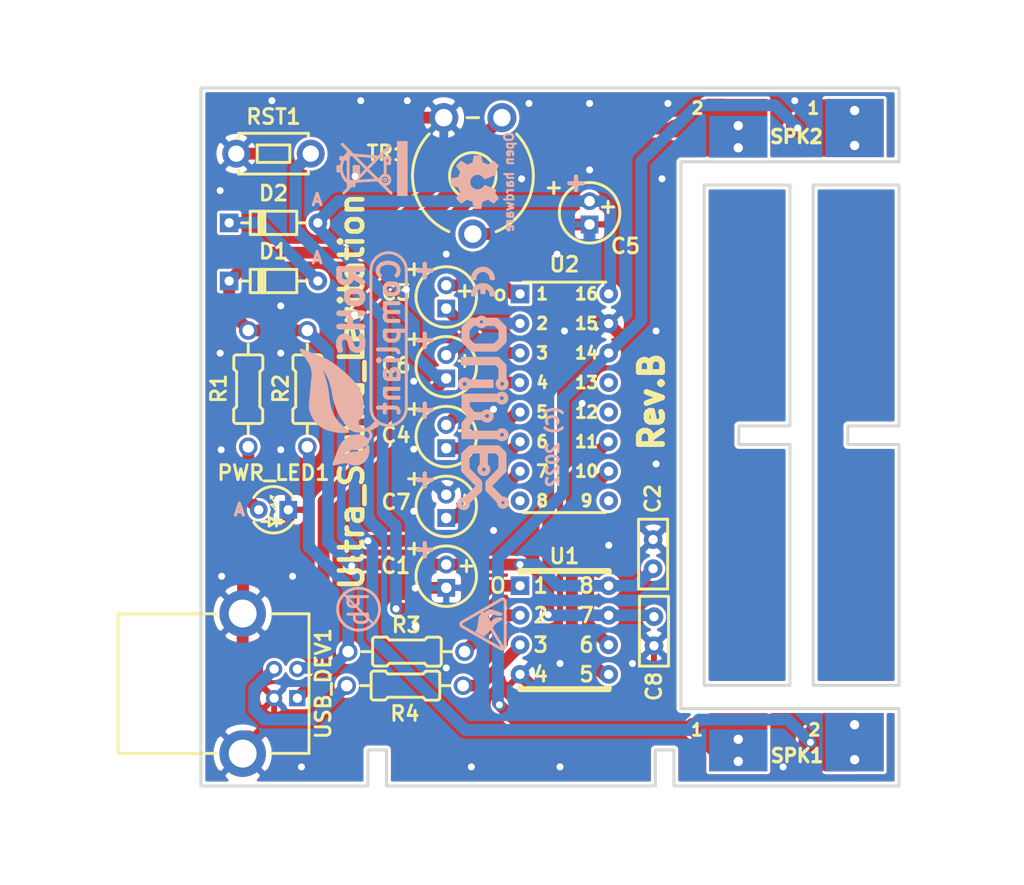
<source format=kicad_pcb>
(kicad_pcb (version 20171130) (host pcbnew 5.1.0-rc2-unknown-036be7d~80~ubuntu16.04.1)
  (title_block (title "Ultra Sound Livitation") (date 25.08.2022) (rev A) (company "OLIMEX LTD, Bulgaria") (comment 1 "(C) 2022"))
  (layers (0 F.Cu signal) (31 B.Cu signal) (34 B.Paste user) (35 F.Paste user) (36 B.SilkS user) (37 F.SilkS user) (38 B.Mask user) (39 F.Mask user) (44 Edge.Cuts user))
  (net 0 "")
  (net 1 "Net-(C1-Pad1)")
  (net 2 GND)
  (net 3 "Net-(C3-Pad2)")
  (net 4 "Net-(C4-Pad2)")
  (net 5 "Net-(C4-Pad1)")
  (net 6 "Net-(D1-Pad2)")
  (net 7 +5V)
  (net 8 "Net-(C6-Pad1)")
  (net 9 PB1_OCOB)
  (net 10 PB0_OC0A)
  (net 11 spout1)
  (net 12 spout2)
  (net 13 "Net-(PWR_LED1-Pad2)")
  (net 14 "Net-(C8-Pad1)")
  (net 15 "Net-(RST1-Pad2)")
  (net 16 "Net-(C3-Pad1)")
  (net 17 "Net-(C7-Pad2)")
  (net 18 "Net-(U2-Pad13)")
  (net 19 "Net-(U2-Pad12)")
  (net 20 "Net-(U2-Pad9)")
  (net 21 "Net-(U2-Pad8)")
  (net 22 "Net-(R2-Pad2)")
  (net 23 "Net-(R3-Pad2)")
  (net 24 "Net-(R4-Pad2)")
  (net 25 "Net-(R4-Pad1)")
  (module OLIMEX_Devices-FP:SPEAKER_ULTRASONIC (layer F.Cu) (at 194.945 65.85 180)
    (fp_text reference SPK2 (at 0 8.255) (layer F.SilkS) (effects (font (size 1.143 1.143) (thickness 0.28575))))
    (fp_text value ULTRASONIC?)
    (fp_text user 1 (at -1.455 10.7) (layer F.SilkS) (effects (font (size 1.016 1.016) (thickness 0.254))))
    (fp_text user 2 (at 8.495 10.7) (layer F.SilkS) (effects (font (size 1.016 1.016) (thickness 0.254))))
    (pad 1 smd rect (at -5 9 180) (size 5 5) (layers F.Cu) (net 11 spout1))
    (pad 2 smd rect (at 5 9 180) (size 5 5) (layers F.Cu) (net 12 spout2))
    (pad 1 smd rect (at -5 9 180) (size 5 5) (layers B.Cu) (net 11 spout1))
    (pad 2 smd rect (at 5 8.25 180) (size 5 3.6) (layers B.Cu) (net 12 spout2))
    (pad 2 thru_hole circle (at 5 9.2 180) (size 1.2 1.2) (drill 0.8) (layers *.Cu *.Mask) (net 12 spout2))
    (pad 2 thru_hole circle (at 5 7.3 180) (size 1.2 1.2) (drill 0.8) (layers *.Cu *.Mask) (net 12 spout2))
    (pad 1 thru_hole circle (at -5 7.5 180) (size 1.2 1.2) (drill 0.8) (layers *.Cu *.Mask) (net 11 spout1))
    (pad 1 thru_hole circle (at -5 10.5 180) (size 1.2 1.2) (drill 0.8) (layers *.Cu *.Mask) (net 11 spout1))
  )
  (module OLIMEX_Devices-FP:SPEAKER_ULTRASONIC (layer F.Cu) (at 194.945 100.638)
    (fp_text reference SPK1 (at 0.055 10.162) (layer F.SilkS) (effects (font (size 1.143 1.143) (thickness 0.28575))))
    (fp_text value ULTRASONIC?)
    (fp_text user 1 (at -8.545 7.947) (layer F.SilkS) (effects (font (size 1.016 1.016) (thickness 0.254))))
    (fp_text user 2 (at 1.555 7.947) (layer F.SilkS) (effects (font (size 1.016 1.016) (thickness 0.254))))
    (pad 2 smd rect (at 5 9) (size 5 5) (layers F.Cu) (net 12 spout2))
    (pad 1 smd rect (at -5 9) (size 5 5) (layers F.Cu) (net 11 spout1))
    (pad 1 smd rect (at -5 9.7) (size 5 3.6) (layers B.Cu) (net 11 spout1))
    (pad 2 smd rect (at 5 9) (size 5 5) (layers B.Cu) (net 12 spout2))
    (pad 1 thru_hole circle (at -5 8.75) (size 1.2 1.2) (drill 0.8) (layers *.Cu *.Mask) (net 11 spout1))
    (pad 1 thru_hole circle (at -5 10.65) (size 1.2 1.2) (drill 0.8) (layers *.Cu *.Mask) (net 11 spout1))
    (pad 2 thru_hole circle (at 5 7.5) (size 1.2 1.2) (drill 0.8) (layers *.Cu *.Mask) (net 12 spout2))
    (pad 2 thru_hole circle (at 5 10.5) (size 1.2 1.2) (drill 0.8) (layers *.Cu *.Mask) (net 12 spout2))
  )
  (module OLIMEX_IC-FP:PDIP-8 (layer F.Cu) (at 175 100)
    (fp_text reference U1 (at 0 -6.35) (layer F.SilkS) (effects (font (size 1.27 1.27) (thickness 0.254))))
    (fp_text value "ATtiny85-20PU+(DIL-8)")
    (fp_text user 1 (at -2.032 -3.81) (layer F.SilkS) (effects (font (size 1.27 1.27) (thickness 0.254))))
    (fp_text user 2 (at -2.032 -1.27) (layer F.SilkS) (effects (font (size 1.27 1.27) (thickness 0.254))))
    (fp_text user 3 (at -2.032 1.27) (layer F.SilkS) (effects (font (size 1.27 1.27) (thickness 0.254))))
    (fp_text user 4 (at -2.032 3.81) (layer F.SilkS) (effects (font (size 1.27 1.27) (thickness 0.254))))
    (fp_text user 5 (at 1.905 3.81) (layer F.SilkS) (effects (font (size 1.27 1.27) (thickness 0.254))))
    (fp_text user 6 (at 1.905 1.27) (layer F.SilkS) (effects (font (size 1.27 1.27) (thickness 0.254))))
    (fp_text user 7 (at 1.905 -1.27) (layer F.SilkS) (effects (font (size 1.27 1.27) (thickness 0.254))))
    (fp_text user 8 (at 1.905 -3.81) (layer F.SilkS) (effects (font (size 1.27 1.27) (thickness 0.254))))
    (fp_text user O (at -5.715 -3.81) (layer F.SilkS) (effects (font (size 1.27 1.27) (thickness 0.254))))
    (pad 8 thru_hole circle (at 3.81 -3.81 270) (size 1.6 1.6) (drill 0.8) (layers *.Cu *.Mask) (net 1 "Net-(C1-Pad1)"))
    (pad 7 thru_hole circle (at 3.81 -1.27 270) (size 1.6 1.6) (drill 0.8) (layers *.Cu *.Mask) (net 14 "Net-(C8-Pad1)"))
    (pad 6 thru_hole circle (at 3.81 1.27 270) (size 1.6 1.6) (drill 0.8) (layers *.Cu *.Mask) (net 9 PB1_OCOB))
    (pad 5 thru_hole circle (at 3.81 3.81 270) (size 1.6 1.6) (drill 0.8) (layers *.Cu *.Mask) (net 10 PB0_OC0A))
    (pad 1 thru_hole rect (at -3.81 -3.81 270) (size 1.6 1.6) (drill 0.8) (layers *.Cu *.Mask) (net 15 "Net-(RST1-Pad2)"))
    (pad 2 thru_hole circle (at -3.81 -1.27 270) (size 1.6 1.6) (drill 0.8) (layers *.Cu *.Mask) (net 23 "Net-(R3-Pad2)"))
    (pad 3 thru_hole circle (at -3.81 1.27 270) (size 1.6 1.6) (drill 0.8) (layers *.Cu *.Mask) (net 24 "Net-(R4-Pad2)"))
    (pad 4 thru_hole circle (at -3.81 3.81 270) (size 1.6 1.6) (drill 0.8) (layers *.Cu *.Mask) (net 2 GND))
  )
  (module OLIMEX_Signs-FP:Sign_PB-Free (layer B.Cu) (at 157 98 90)
    (fp_text reference Sign_PB-Free)
    (fp_text value Sign_PB-Free)
    (fp_text user Pb (at -0.2032 0.31496 90) (layer B.SilkS) (effects (font (size 1.7 1.5) (thickness 0.254)) (justify mirror)))
  )
  (module OLIMEX_Signs-FP:Sign_RoHS_1 (layer B.Cu) (at 160.782 68.58 270)
    (fp_text reference Sign_RoHS_1 hide)
    (fp_text value Sign_RoHS_1 hide)
    (fp_text user Compliant (at 6.20014 0.8382 90) (layer B.SilkS) (effects (font (size 1.778 1.778) (thickness 0.35)) (justify mirror)))
    (fp_text user RoHS (at 3.81508 4.04368 90) (layer B.SilkS) (effects (font (size 2 2) (thickness 0.5)) (justify mirror)))
  )
  (module OLIMEX_Signs-FP:Sign_RecycleBin_1 (layer B.Cu) (at 161.5 58 270)
    (fp_text reference Sign_RecycleBin_1 hide)
    (fp_text value Sign_RecycleBin_1 hide)
  )
  (module OLIMEX_Signs-FP:Logo_OLIMEX_TB (layer B.Cu) (at 168 81.5 270)
    (fp_text reference Logo_OLIMEX_TB hide)
    (fp_text value Logo_OLIMEX_TB hide)
  )
  (module OLIMEX_Signs-FP:Sign_Antistatic_4.5mmX2.8mm (layer B.Cu) (at 168 99.5 270)
    (fp_text reference Sign_Antistatic_Small)
    (fp_text value Sign_Antistatic)
  )
  (module OLIMEX_Signs-FP:Sign_OSHW_7.3x6.0mmn (layer B.Cu) (at 168 61.5 270)
    (fp_text reference Sign_OSHW_7.3x6.0mm hide)
    (fp_text value Sign_OSHW_7.3x6.0mm hide)
    (fp_text user "Open hardware" (at 0 -2.25 270) (layer B.SilkS) (effects (font (size 0.762 0.762) (thickness 0.1905)) (justify mirror)))
  )
  (module OLIMEX_Signs-FP:CE_Sign_Small (layer B.Cu) (at 168 70.5 270)
    (fp_text reference Sign_CE_Small hide)
    (fp_text value CE_Sign_Small hide)
  )
  (module OLIMEX_RLC-FP:R_0.25W_PTH (layer F.Cu) (at 161.417 101.854)
    (fp_text reference R3 (at 0 -2.286) (layer F.SilkS) (effects (font (size 1.27 1.27) (thickness 0.254))))
    (fp_text value 22R/0.25W)
    (pad 1 thru_hole circle (at -5 0) (size 1.6 1.6) (drill 1) (layers *.Cu *.Mask) (net 22 "Net-(R2-Pad2)"))
    (pad 2 thru_hole circle (at 5 0) (size 1.6 1.6) (drill 1) (layers *.Cu *.Mask) (net 23 "Net-(R3-Pad2)"))
  )
  (module OLIMEX_LEDs-FP:LED-3mm-PTH-KA (layer F.Cu) (at 150 89.662 180)
    (fp_text reference PWR_LED1 (at 0 3.175) (layer F.SilkS) (effects (font (size 1.27 1.27) (thickness 0.254))))
    (fp_text value LED/3mm/Green)
    (pad 1 thru_hole rect (at -1.27 0 180) (size 1.524 1.524) (drill 0.8) (layers *.Cu *.Mask) (net 2 GND))
    (pad 2 thru_hole circle (at 1.27 0 180) (size 1.524 1.524) (drill 0.8) (layers *.Cu *.Mask) (net 13 "Net-(PWR_LED1-Pad2)"))
  )
  (module OLIMEX_IC-FP:PDIP-16 (layer F.Cu) (at 175 80)
    (fp_text reference U2 (at 0 -11.43) (layer F.SilkS) (effects (font (size 1.27 1.27) (thickness 0.254))))
    (fp_text value "MAX232EN+(DIL-16)")
    (fp_text user o (at -5.53 -8.95) (layer F.SilkS) (effects (font (size 1.27 1.27) (thickness 0.254))))
    (fp_text user 1 (at -1.905 -8.89) (layer F.SilkS) (effects (font (size 1.016 1.016) (thickness 0.254))))
    (fp_text user 2 (at -1.905 -6.35) (layer F.SilkS) (effects (font (size 1.016 1.016) (thickness 0.254))))
    (fp_text user 3 (at -1.905 -3.81) (layer F.SilkS) (effects (font (size 1.016 1.016) (thickness 0.254))))
    (fp_text user 4 (at -1.905 -1.27) (layer F.SilkS) (effects (font (size 1.016 1.016) (thickness 0.254))))
    (fp_text user 5 (at -1.905 1.27) (layer F.SilkS) (effects (font (size 1.016 1.016) (thickness 0.254))))
    (fp_text user 6 (at -1.905 3.81) (layer F.SilkS) (effects (font (size 1.016 1.016) (thickness 0.254))))
    (fp_text user 7 (at -1.905 6.35) (layer F.SilkS) (effects (font (size 1.016 1.016) (thickness 0.254))))
    (fp_text user 8 (at -1.905 8.89) (layer F.SilkS) (effects (font (size 1.016 1.016) (thickness 0.254))))
    (fp_text user 9 (at 1.905 8.89) (layer F.SilkS) (effects (font (size 1.016 1.016) (thickness 0.254))))
    (fp_text user 10 (at 1.905 6.35) (layer F.SilkS) (effects (font (size 1.016 1.016) (thickness 0.254))))
    (fp_text user 11 (at 1.905 3.81) (layer F.SilkS) (effects (font (size 1.016 1.016) (thickness 0.254))))
    (fp_text user 12 (at 1.905 1.27) (layer F.SilkS) (effects (font (size 1.016 1.016) (thickness 0.254))))
    (fp_text user 13 (at 1.905 -1.27) (layer F.SilkS) (effects (font (size 1.016 1.016) (thickness 0.254))))
    (fp_text user 14 (at 1.905 -3.81) (layer F.SilkS) (effects (font (size 1.016 1.016) (thickness 0.254))))
    (fp_text user 15 (at 1.905 -6.35) (layer F.SilkS) (effects (font (size 1.016 1.016) (thickness 0.254))))
    (fp_text user 16 (at 1.905 -8.89) (layer F.SilkS) (effects (font (size 1.016 1.016) (thickness 0.254))))
    (pad 1 thru_hole rect (at -3.81 -8.89) (size 1.6 1.6) (drill 0.8) (layers *.Cu *.Mask) (net 16 "Net-(C3-Pad1)"))
    (pad 2 thru_hole circle (at -3.81 -6.35) (size 1.6 1.6) (drill 0.8) (layers *.Cu *.Mask) (net 8 "Net-(C6-Pad1)"))
    (pad 3 thru_hole circle (at -3.81 -3.81) (size 1.6 1.6) (drill 0.8) (layers *.Cu *.Mask) (net 3 "Net-(C3-Pad2)"))
    (pad 4 thru_hole circle (at -3.84 -1.27) (size 1.6 1.6) (drill 0.8) (layers *.Cu *.Mask) (net 5 "Net-(C4-Pad1)"))
    (pad 5 thru_hole circle (at -3.81 1.27) (size 1.6 1.6) (drill 0.8) (layers *.Cu *.Mask) (net 4 "Net-(C4-Pad2)"))
    (pad 6 thru_hole circle (at -3.81 3.81) (size 1.6 1.6) (drill 0.8) (layers *.Cu *.Mask) (net 17 "Net-(C7-Pad2)"))
    (pad 7 thru_hole circle (at -3.81 6.35) (size 1.6 1.6) (drill 0.8) (layers *.Cu *.Mask) (net 12 spout2))
    (pad 8 thru_hole circle (at -3.81 8.89) (size 1.6 1.6) (drill 0.8) (layers *.Cu *.Mask) (net 21 "Net-(U2-Pad8)"))
    (pad 9 thru_hole circle (at 3.81 8.89) (size 1.6 1.6) (drill 0.8) (layers *.Cu *.Mask) (net 20 "Net-(U2-Pad9)"))
    (pad 10 thru_hole circle (at 3.81 6.35) (size 1.6 1.6) (drill 0.8) (layers *.Cu *.Mask) (net 9 PB1_OCOB))
    (pad 11 thru_hole circle (at 3.78 3.81) (size 1.6 1.6) (drill 0.8) (layers *.Cu *.Mask) (net 10 PB0_OC0A))
    (pad 12 thru_hole circle (at 3.81 1.27) (size 1.6 1.6) (drill 0.8) (layers *.Cu *.Mask) (net 19 "Net-(U2-Pad12)"))
    (pad 13 thru_hole circle (at 3.81 -1.27) (size 1.6 1.6) (drill 0.8) (layers *.Cu *.Mask) (net 18 "Net-(U2-Pad13)"))
    (pad 14 thru_hole circle (at 3.81 -3.81) (size 1.6 1.6) (drill 0.8) (layers *.Cu *.Mask) (net 11 spout1))
    (pad 15 thru_hole circle (at 3.81 -6.35) (size 1.6 1.6) (drill 0.8) (layers *.Cu *.Mask) (net 2 GND))
    (pad 16 thru_hole circle (at 3.81 -8.89) (size 1.6 1.6) (drill 0.8) (layers *.Cu *.Mask) (net 7 +5V))
  )
  (module OLIMEX_RLC-FP:C2010 (layer F.Cu) (at 182.7 100.1 270)
    (fp_text reference C8 (at 4.75 0 270) (layer F.SilkS) (effects (font (size 1.27 1.27) (thickness 0.254))))
    (fp_text value 100nF/25V/2010)
    (pad 1 thru_hole circle (at -1.25 0 270) (size 1.6 1.6) (drill 0.8) (layers *.Cu *.Mask) (net 14 "Net-(C8-Pad1)"))
    (pad 2 thru_hole circle (at 1.25 0 270) (size 1.6 1.6) (drill 0.8) (layers *.Cu *.Mask) (net 2 GND))
  )
  (module "OLIMEX_Connectors-FP:USB-B(USB-SRWH-4B-LF)" (layer F.Cu) (at 144.75 104.6 270)
    (fp_text reference USB_DEV1 (at 0 -9.525 90) (layer F.SilkS) (effects (font (size 1.27 1.27) (thickness 0.254))))
    (fp_text value "USB-B(USB-SRWH-4B-LF)")
    (pad 1 thru_hole rect (at 1.25 -7.3 270) (size 1.4 1.4) (drill 0.8) (layers *.Cu *.Mask) (net 7 +5V))
    (pad 2 thru_hole circle (at -1.25 -7.3 270) (size 1.4 1.4) (drill 0.8) (layers *.Cu *.Mask) (net 22 "Net-(R2-Pad2)"))
    (pad 3 thru_hole circle (at -1.25 -5.3 270) (size 1.4 1.4) (drill 0.8) (layers *.Cu *.Mask) (net 25 "Net-(R4-Pad1)"))
    (pad 4 thru_hole circle (at 1.25 -5.3 270) (size 1.4 1.4) (drill 0.8) (layers *.Cu *.Mask) (net 2 GND))
    (pad 0 thru_hole circle (at 6.02 -2.6 270) (size 4 4) (drill 2.4) (layers *.Cu *.Mask) (net 2 GND))
    (pad 0 thru_hole circle (at -6.02 -2.6 270) (size 4 4) (drill 2.4) (layers *.Cu *.Mask) (net 2 GND))
  )
  (module OLIMEX_RLC-FP:R_0.25W_PTH (layer F.Cu) (at 161.29 104.775)
    (fp_text reference R4 (at 0 2.413) (layer F.SilkS) (effects (font (size 1.27 1.27) (thickness 0.254))))
    (fp_text value 22R/0.25W)
    (pad 2 thru_hole circle (at 5 0) (size 1.6 1.6) (drill 1) (layers *.Cu *.Mask) (net 24 "Net-(R4-Pad2)"))
    (pad 1 thru_hole circle (at -5 0) (size 1.6 1.6) (drill 1) (layers *.Cu *.Mask) (net 25 "Net-(R4-Pad1)"))
  )
  (module OLIMEX_Buttons-FP:T1101_GP-6x3x4.3 (layer F.Cu) (at 150 59.055)
    (fp_text reference RST1 (at 0 -3.175) (layer F.SilkS) (effects (font (size 1.27 1.27) (thickness 0.254))))
    (fp_text value "T1101GP(6x3x4.3mm)")
    (pad 2 thru_hole circle (at 3.2 0) (size 2.4 2.4) (drill 1.4) (layers *.Cu *.Mask) (net 15 "Net-(RST1-Pad2)"))
    (pad 1 thru_hole circle (at -3.2 0) (size 2.4 2.4) (drill 1.4) (layers *.Cu *.Mask) (net 2 GND))
  )
  (module OLIMEX_RLC-FP:R_0.25W_PTH (layer F.Cu) (at 152.908 79.248 270)
    (fp_text reference R2 (at 0 2.286 90) (layer F.SilkS) (effects (font (size 1.27 1.27) (thickness 0.254))))
    (fp_text value 1.5k/0.25W)
    (pad 2 thru_hole circle (at 5 0 270) (size 1.6 1.6) (drill 1) (layers *.Cu *.Mask) (net 22 "Net-(R2-Pad2)"))
    (pad 1 thru_hole circle (at -5 0 270) (size 1.6 1.6) (drill 1) (layers *.Cu *.Mask) (net 1 "Net-(C1-Pad1)"))
  )
  (module OLIMEX_RLC-FP:R_0.25W_PTH (layer F.Cu) (at 147.828 79.248 270)
    (fp_text reference R1 (at 0 2.54 90) (layer F.SilkS) (effects (font (size 1.27 1.27) (thickness 0.254))))
    (fp_text value 1.5k/0.25W)
    (pad 1 thru_hole circle (at -5 0 270) (size 1.6 1.6) (drill 1) (layers *.Cu *.Mask) (net 1 "Net-(C1-Pad1)"))
    (pad 2 thru_hole circle (at 5 0 270) (size 1.6 1.6) (drill 1) (layers *.Cu *.Mask) (net 13 "Net-(PWR_LED1-Pad2)"))
  )
  (module OLIMEX_RLC-FP:CPOL-RM2mm_5x11mm_PTH (layer F.Cu) (at 177.165 64.135 270)
    (fp_text reference C5 (at 2.865 -3.085 180) (layer F.SilkS) (effects (font (size 1.27 1.27) (thickness 0.254))))
    (fp_text value 4.7uF/50V)
    (fp_text user + (at -0.5 -1.5 90) (layer F.SilkS) (effects (font (size 1.27 1.27) (thickness 0.254))))
    (fp_text user + (at -2.135 3.165 90) (layer F.SilkS) (effects (font (size 1.27 1.27) (thickness 0.254))))
    (pad 1 thru_hole circle (at -1 0 270) (size 1.524 1.524) (drill 0.9) (layers *.Cu *.Mask) (net 7 +5V))
    (pad 2 thru_hole rect (at 1 0 270) (size 1.524 1.524) (drill 0.9) (layers *.Cu *.Mask) (net 2 GND))
  )
  (module OLIMEX_RLC-FP:CPOL-RM2mm_5x11mm_PTH (layer F.Cu) (at 164.846 77.37 270)
    (fp_text reference C6 (at -0.12 4.318 180) (layer F.SilkS) (effects (font (size 1.27 1.27) (thickness 0.254))))
    (fp_text value 4.7uF/50V)
    (fp_text user + (at -0.5 -1.5 90) (layer F.SilkS) (effects (font (size 1.27 1.27) (thickness 0.254))))
    (fp_text user + (at -2.37 2.846 90) (layer F.SilkS) (effects (font (size 1.27 1.27) (thickness 0.254))))
    (pad 1 thru_hole circle (at -1 0 270) (size 1.524 1.524) (drill 0.9) (layers *.Cu *.Mask) (net 8 "Net-(C6-Pad1)"))
    (pad 2 thru_hole rect (at 1 0 270) (size 1.524 1.524) (drill 0.9) (layers *.Cu *.Mask) (net 7 +5V))
  )
  (module OLIMEX_RLC-FP:CPOL-RM2mm_5x11mm_PTH (layer F.Cu) (at 164.846 83.37 270)
    (fp_text reference C4 (at -0.12 4.318 180) (layer F.SilkS) (effects (font (size 1.27 1.27) (thickness 0.254))))
    (fp_text value 4.7uF/50V)
    (fp_text user + (at -2.37 2.846 90) (layer F.SilkS) (effects (font (size 1.27 1.27) (thickness 0.254))))
    (fp_text user + (at -0.5 -1.5 90) (layer F.SilkS) (effects (font (size 1.27 1.27) (thickness 0.254))))
    (pad 2 thru_hole rect (at 1 0 270) (size 1.524 1.524) (drill 0.9) (layers *.Cu *.Mask) (net 4 "Net-(C4-Pad2)"))
    (pad 1 thru_hole circle (at -1 0 270) (size 1.524 1.524) (drill 0.9) (layers *.Cu *.Mask) (net 5 "Net-(C4-Pad1)"))
  )
  (module OLIMEX_RLC-FP:CPOL-RM2mm_5x11mm_PTH (layer F.Cu) (at 164.846 71.37 270)
    (fp_text reference C3 (at -0.37 4.318 180) (layer F.SilkS) (effects (font (size 1.27 1.27) (thickness 0.254))))
    (fp_text value 4.7uF/50V)
    (fp_text user + (at -0.5 -1.5 90) (layer F.SilkS) (effects (font (size 1.27 1.27) (thickness 0.254))))
    (fp_text user + (at -2.37 2.846 90) (layer F.SilkS) (effects (font (size 1.27 1.27) (thickness 0.254))))
    (pad 1 thru_hole circle (at -1 0 270) (size 1.524 1.524) (drill 0.9) (layers *.Cu *.Mask) (net 16 "Net-(C3-Pad1)"))
    (pad 2 thru_hole rect (at 1 0 270) (size 1.524 1.524) (drill 0.9) (layers *.Cu *.Mask) (net 3 "Net-(C3-Pad2)"))
  )
  (module OLIMEX_RLC-FP:CPOL-RM2mm_5x11mm_PTH (layer F.Cu) (at 164.846 89.37 270)
    (fp_text reference C7 (at -0.37 4.318 180) (layer F.SilkS) (effects (font (size 1.27 1.27) (thickness 0.254))))
    (fp_text value 4.7uF/50V)
    (fp_text user + (at -0.5 -1.5 90) (layer F.SilkS) (effects (font (size 1.27 1.27) (thickness 0.254))))
    (fp_text user + (at -2.37 2.846 90) (layer F.SilkS) (effects (font (size 1.27 1.27) (thickness 0.254))))
    (pad 1 thru_hole circle (at -1 0 270) (size 1.524 1.524) (drill 0.9) (layers *.Cu *.Mask) (net 2 GND))
    (pad 2 thru_hole rect (at 1 0 270) (size 1.524 1.524) (drill 0.9) (layers *.Cu *.Mask) (net 17 "Net-(C7-Pad2)"))
  )
  (module OLIMEX_RLC-FP:CPOL-RM2mm_5x11mm_PTH (layer F.Cu) (at 164.846 95.37 270)
    (fp_text reference C1 (at -0.87 4.346 180) (layer F.SilkS) (effects (font (size 1.27 1.27) (thickness 0.254))))
    (fp_text value 4.7uF/50V)
    (fp_text user + (at -0.87 -1.654 90) (layer F.SilkS) (effects (font (size 1.27 1.27) (thickness 0.254))))
    (fp_text user + (at -2.37 2.846 90) (layer F.SilkS) (effects (font (size 1.27 1.27) (thickness 0.254))))
    (pad 1 thru_hole circle (at -1 0 270) (size 1.524 1.524) (drill 0.9) (layers *.Cu *.Mask) (net 1 "Net-(C1-Pad1)"))
    (pad 2 thru_hole rect (at 1 0 270) (size 1.524 1.524) (drill 0.9) (layers *.Cu *.Mask) (net 2 GND))
  )
  (module OLIMEX_Devices-FP:TRIM_PIHER_PT10LV (layer F.Cu) (at 167.132 60.96 180)
    (fp_text reference TR1 (at 7.382 1.96) (layer F.SilkS) (effects (font (size 1.27 1.27) (thickness 0.254))))
    (fp_text value "TRIM PIHER PT10LV 10K+KNOB")
    (pad 3 thru_hole circle (at 2.5 5 180) (size 2.5 2.5) (drill 1.5) (layers *.Cu *.Mask) (net 2 GND))
    (pad 2 thru_hole circle (at 0 -5 180) (size 2.5 2.5) (drill 1.5) (layers *.Cu *.Mask) (net 14 "Net-(C8-Pad1)"))
    (pad 1 thru_hole circle (at -2.5 5 180) (size 2.5 2.5) (drill 1.5) (layers *.Cu *.Mask) (net 1 "Net-(C1-Pad1)"))
  )
  (module OLIMEX_Diodes-FP:DO35_1K_2A (layer F.Cu) (at 150 70)
    (fp_text reference D1 (at 0 -2.54) (layer F.SilkS) (effects (font (size 1.27 1.27) (thickness 0.254))))
    (fp_text value 1N4148/DO35)
    (pad 2 thru_hole circle (at 3.81 0) (size 1.6 1.6) (drill 0.8) (layers *.Cu *.Mask) (net 6 "Net-(D1-Pad2)"))
    (pad 1 thru_hole rect (at -3.81 0) (size 1.6 1.6) (drill 0.8) (layers *.Cu *.Mask) (net 1 "Net-(C1-Pad1)"))
  )
  (module OLIMEX_Diodes-FP:DO35_1K_2A (layer F.Cu) (at 150 65)
    (fp_text reference D2 (at 0 -2.54) (layer F.SilkS) (effects (font (size 1.27 1.27) (thickness 0.254))))
    (fp_text value 1N4148/DO35)
    (pad 1 thru_hole rect (at -3.81 0) (size 1.6 1.6) (drill 0.8) (layers *.Cu *.Mask) (net 6 "Net-(D1-Pad2)"))
    (pad 2 thru_hole circle (at 3.81 0) (size 1.6 1.6) (drill 0.8) (layers *.Cu *.Mask) (net 7 +5V))
  )
  (module OLIMEX_RLC-FP:C2010 (layer F.Cu) (at 182.626 93.472 90)
    (fp_text reference C2 (at 4.772 -0.026 270) (layer F.SilkS) (effects (font (size 1.27 1.27) (thickness 0.254))))
    (fp_text value 100nF/25V/2010)
    (pad 2 thru_hole circle (at 1.25 0 90) (size 1.6 1.6) (drill 0.8) (layers *.Cu *.Mask) (net 2 GND))
    (pad 1 thru_hole circle (at -1.25 0 90) (size 1.6 1.6) (drill 0.8) (layers *.Cu *.Mask) (net 1 "Net-(C1-Pad1)"))
  )
  (gr_line (start 196.39 61.75) (end 203.763 61.75) (layer Edge.Cuts) (width 0.254))
  (gr_line (start 196.39 104.75) (end 203.763 104.75) (layer Edge.Cuts) (width 0.254))
  (gr_line (start 196.39 61.75) (end 196.39 104.75) (layer Edge.Cuts) (width 0.254))
  (gr_line (start 187.018 104.75) (end 194.39 104.75) (layer Edge.Cuts) (width 0.254))
  (gr_line (start 194.39 104.75) (end 194.39 84.05) (layer Edge.Cuts) (width 0.254))
  (gr_line (start 194.39 82.45) (end 194.39 61.75) (layer Edge.Cuts) (width 0.254))
  (gr_line (start 203.763 104.75) (end 203.763 84.05) (layer Edge.Cuts) (width 0.254))
  (gr_line (start 203.763 82.45) (end 203.763 61.75) (layer Edge.Cuts) (width 0.254))
  (gr_line (start 187.018 61.75) (end 194.39 61.75) (layer Edge.Cuts) (width 0.254))
  (gr_line (start 187.018 61.75) (end 187.018 104.75) (layer Edge.Cuts) (width 0.254))
  (gr_line (start 185.018 59.75) (end 185.018 106.75) (layer Edge.Cuts) (width 0.254))
  (gr_text A (at 153.75 68) (layer B.SilkS) (effects (font (size 1 1) (thickness 0.25)) (justify mirror)))
  (gr_text A (at 153.75 63) (layer B.SilkS) (effects (font (size 1 1) (thickness 0.25)) (justify mirror)))
  (gr_text + (at 163 69) (layer B.SilkS) (effects (font (size 1.5 1.5) (thickness 0.375)) (justify mirror)))
  (gr_text "(C) 2022" (at 174 84.25 90) (layer B.SilkS) (effects (font (size 1 1) (thickness 0.25)) (justify mirror)))
  (gr_line (start 184.413 113.4) (end 203.763 113.4) (layer Edge.Cuts) (width 0.254))
  (gr_line (start 203.763 106.75) (end 203.763 113.4) (layer Edge.Cuts) (width 0.254))
  (gr_line (start 185.018 106.75) (end 203.763 106.75) (layer Edge.Cuts) (width 0.254))
  (gr_line (start 185.018 59.75) (end 203.763 59.75) (layer Edge.Cuts) (width 0.254))
  (gr_line (start 203.763 84.05) (end 199.36 84.05) (layer Edge.Cuts) (width 0.254))
  (gr_line (start 199.36 82.45) (end 199.36 84.05) (layer Edge.Cuts) (width 0.254))
  (gr_line (start 203.763 82.45) (end 199.36 82.45) (layer Edge.Cuts) (width 0.254))
  (gr_text A (at 147.066 89.662) (layer F.SilkS) (effects (font (size 1.016 1.016) (thickness 0.254)) (justify mirror)))
  (gr_text A (at 147.066 89.662) (layer B.SilkS) (effects (font (size 1.016 1.016) (thickness 0.254)) (justify mirror)))
  (gr_text + (at 163 93) (layer B.SilkS) (effects (font (size 1.5 1.5) (thickness 0.375)) (justify mirror)))
  (gr_text + (at 163 87) (layer B.SilkS) (effects (font (size 1.5 1.5) (thickness 0.375)) (justify mirror)))
  (gr_text + (at 163 81) (layer B.SilkS) (effects (font (size 1.5 1.5) (thickness 0.375)) (justify mirror)))
  (gr_text + (at 163 69) (layer B.SilkS) (effects (font (size 1.5 1.5) (thickness 0.375)) (justify mirror)))
  (gr_text + (at 176 61.5) (layer B.SilkS) (effects (font (size 1.5 1.5) (thickness 0.375)) (justify mirror)))
  (gr_text + (at 163 75) (layer B.SilkS) (effects (font (size 1.5 1.5) (thickness 0.375)) (justify mirror)))
  (gr_text Rev.B (at 182.499 80.391 90) (layer F.SilkS) (effects (font (size 2 2) (thickness 0.5))))
  (gr_text Ultra_Sound_Levitation (at 156.718 79.502 90) (layer F.SilkS) (effects (font (size 2 2) (thickness 0.4))))
  (gr_line (start 143.763 53.4) (end 143.763 113.4) (layer Edge.Cuts) (width 0.254))
  (gr_line (start 184.413 110.2995) (end 184.413 113.4) (layer Edge.Cuts) (width 0.254))
  (gr_line (start 182.813 110.2995) (end 182.813 113.4) (layer Edge.Cuts) (width 0.254))
  (gr_line (start 194.39 82.45) (end 189.988 82.45) (layer Edge.Cuts) (width 0.254))
  (gr_line (start 194.39 84.05) (end 189.988 84.05) (layer Edge.Cuts) (width 0.254))
  (gr_line (start 158.113 110.2995) (end 158.113 113.4) (layer Edge.Cuts) (width 0.254))
  (gr_line (start 203.763 53.4) (end 203.763 59.75) (layer Edge.Cuts) (width 0.254))
  (gr_line (start 159.713 113.4) (end 182.813 113.4) (layer Edge.Cuts) (width 0.254))
  (gr_line (start 159.713 110.2995) (end 159.713 113.4) (layer Edge.Cuts) (width 0.254))
  (gr_line (start 158.113 110.2995) (end 159.713 110.2995) (layer Edge.Cuts) (width 0.254))
  (gr_line (start 182.813 110.2995) (end 184.413 110.2995) (layer Edge.Cuts) (width 0.254))
  (gr_line (start 143.763 113.4) (end 158.113 113.4) (layer Edge.Cuts) (width 0.254))
  (gr_line (start 143.763 53.4) (end 203.763 53.4) (layer Edge.Cuts) (width 0.254))
  (gr_line (start 189.988 82.45) (end 189.988 84.05) (layer Edge.Cuts) (width 0.254))
  (segment (start 152.861 74.248) (end 152.908 74.295) (width 1.016) (layer F.Cu) (net 1))
  (segment (start 152.908 74.295) (end 152.908 74.248) (width 1.016) (layer B.Cu) (net 1))
  (segment (start 147.654 74.248) (end 147.828 74.248) (width 1.016) (layer F.Cu) (net 1))
  (segment (start 147.828 74.248) (end 149.686 74.248) (width 1.016) (layer F.Cu) (net 1))
  (segment (start 152.908 74.248) (end 149.686 74.248) (width 1.016) (layer F.Cu) (net 1))
  (via (at 171.187 94.37) (size 1) (drill 0.6) (layers F.Cu B.Cu) (net 1))
  (segment (start 171.187 94.37) (end 164.846 94.37) (width 1.016) (layer F.Cu) (net 1))
  (segment (start 181.158 96.19) (end 178.81 96.19) (width 1.016) (layer B.Cu) (net 1))
  (segment (start 182.626 94.722) (end 181.158 96.19) (width 1.016) (layer B.Cu) (net 1))
  (segment (start 174.422 96.19) (end 178.81 96.19) (width 1.016) (layer B.Cu) (net 1))
  (segment (start 172.602 94.37) (end 174.422 96.19) (width 1.016) (layer B.Cu) (net 1))
  (segment (start 171.187 94.37) (end 172.602 94.37) (width 1.016) (layer B.Cu) (net 1))
  (segment (start 159.875 94.361) (end 159.884 94.37) (width 1.016) (layer F.Cu) (net 1))
  (segment (start 156.845 94.361) (end 159.875 94.361) (width 1.016) (layer F.Cu) (net 1))
  (segment (start 156.718 94.488) (end 156.845 94.361) (width 1.016) (layer F.Cu) (net 1))
  (segment (start 159.884 94.37) (end 164.846 94.37) (width 1.016) (layer F.Cu) (net 1))
  (via (at 156.718 94.488) (size 1) (drill 0.6) (layers F.Cu B.Cu) (net 1))
  (segment (start 154.686 76.026) (end 152.908 74.248) (width 1.016) (layer B.Cu) (net 1))
  (segment (start 154.686 92.456) (end 154.686 76.026) (width 1.016) (layer B.Cu) (net 1))
  (segment (start 156.718 94.488) (end 154.686 92.456) (width 1.016) (layer B.Cu) (net 1))
  (segment (start 147.828 74.248) (end 147.828 74.168) (width 1.016) (layer F.Cu) (net 1))
  (segment (start 147.828 74.168) (end 146.19 72.53) (width 1.016) (layer F.Cu) (net 1))
  (segment (start 146.19 72.53) (end 146.19 70) (width 1.016) (layer F.Cu) (net 1))
  (segment (start 158.028 67.564) (end 169.632 55.96) (width 1.016) (layer F.Cu) (net 1))
  (segment (start 148.626 67.564) (end 158.028 67.564) (width 1.016) (layer F.Cu) (net 1))
  (segment (start 146.19 70) (end 148.626 67.564) (width 1.016) (layer F.Cu) (net 1))
  (segment (start 173.552 106.172) (end 180.213 106.172) (width 1.016) (layer F.Cu) (net 2))
  (via (at 171.323 61.214) (size 1) (drill 0.6) (layers F.Cu B.Cu) (net 2))
  (segment (start 164.632 55.96) (end 164.632 56.047) (width 1.016) (layer B.Cu) (net 2))
  (via (at 182.88 74.295) (size 1) (drill 0.6) (layers F.Cu B.Cu) (net 2))
  (via (at 182.88 85.725) (size 1) (drill 0.6) (layers F.Cu B.Cu) (net 2))
  (via (at 167.005 111.76) (size 1) (drill 0.6) (layers F.Cu B.Cu) (net 2))
  (via (at 152.4 111.76) (size 1) (drill 0.6) (layers F.Cu B.Cu) (net 2))
  (via (at 161.5 54.5) (size 1) (drill 0.6) (layers F.Cu B.Cu) (net 2))
  (via (at 157.5 54.5) (size 1) (drill 0.6) (layers F.Cu B.Cu) (net 2))
  (via (at 149.86 54.5) (size 1) (drill 0.6) (layers F.Cu B.Cu) (net 2))
  (via (at 145.415 62.23) (size 1) (drill 0.6) (layers F.Cu B.Cu) (net 2))
  (via (at 145.415 76.2) (size 1) (drill 0.6) (layers F.Cu B.Cu) (net 2))
  (via (at 145.5 84.5) (size 1) (drill 0.6) (layers F.Cu B.Cu) (net 2))
  (via (at 157 61) (size 1) (drill 0.6) (layers F.Cu B.Cu) (net 2))
  (via (at 174.625 102.87) (size 1) (drill 0.6) (layers F.Cu B.Cu) (net 2))
  (segment (start 171.19 103.81) (end 173.552 106.172) (width 1.016) (layer F.Cu) (net 2))
  (segment (start 167.132 61.214) (end 164.632 58.714) (width 1.016) (layer B.Cu) (net 2))
  (segment (start 148.877 59.055) (end 151.972 55.96) (width 1.016) (layer F.Cu) (net 2))
  (segment (start 171.323 62.357) (end 174.101 65.135) (width 1.016) (layer F.Cu) (net 2))
  (segment (start 177.165 65.135) (end 174.101 65.135) (width 1.016) (layer F.Cu) (net 2))
  (segment (start 178.81 73.65) (end 178.298 73.65) (width 1.016) (layer F.Cu) (net 2))
  (segment (start 182.7 103.685) (end 180.213 106.172) (width 1.016) (layer F.Cu) (net 2))
  (segment (start 171.323 61.214) (end 167.132 61.214) (width 1.016) (layer B.Cu) (net 2))
  (segment (start 164.632 55.96) (end 164.632 58.714) (width 0.762) (layer B.Cu) (net 2))
  (segment (start 146.8 59.055) (end 148.877 59.055) (width 1.016) (layer F.Cu) (net 2))
  (segment (start 164.632 55.96) (end 151.972 55.96) (width 1.016) (layer F.Cu) (net 2))
  (segment (start 182.7 101.35) (end 182.7 103.685) (width 0.508) (layer F.Cu) (net 2))
  (segment (start 171.323 61.214) (end 171.323 62.357) (width 1.016) (layer F.Cu) (net 2))
  (segment (start 171.12 103.81) (end 171.19 103.81) (width 1.016) (layer B.Cu) (net 2))
  (via (at 193.8 111.76) (size 1) (drill 0.6) (layers F.Cu B.Cu) (net 2))
  (via (at 194.8 54.5) (size 1) (drill 0.6) (layers F.Cu B.Cu) (net 2))
  (segment (start 147.38 109.144) (end 147.904 109.144) (width 1.016) (layer F.Cu) (net 2))
  (segment (start 150.05 107.65) (end 150.05 105.85) (width 0.508) (layer F.Cu) (net 2))
  (segment (start 147.38 110.32) (end 150.05 107.65) (width 1.016) (layer F.Cu) (net 2))
  (segment (start 147.35 98.18) (end 147.38 98.21) (width 1.016) (layer F.Cu) (net 2))
  (segment (start 147.38 98.21) (end 147.38 98.28) (width 1.016) (layer F.Cu) (net 2))
  (segment (start 147.35 103.15) (end 147.35 98.18) (width 1.016) (layer F.Cu) (net 2))
  (segment (start 150.05 105.85) (end 147.35 103.15) (width 0.508) (layer F.Cu) (net 2))
  (segment (start 177.165 65.135) (end 177.165 72.517) (width 1.016) (layer F.Cu) (net 2))
  (segment (start 178.298 73.65) (end 177.165 72.517) (width 1.016) (layer F.Cu) (net 2))
  (via (at 176.53 80.518) (size 1) (drill 0.6) (layers F.Cu B.Cu) (net 2))
  (via (at 180.848 102.87) (size 1) (drill 0.6) (layers F.Cu B.Cu) (net 2))
  (segment (start 182.63 101.35) (end 180.848 99.568) (width 0.508) (layer F.Cu) (net 2))
  (segment (start 180.848 99.568) (end 180.848 94.742) (width 1.016) (layer F.Cu) (net 2))
  (segment (start 182.7 101.35) (end 182.63 101.35) (width 1.016) (layer F.Cu) (net 2))
  (segment (start 180.848 94.742) (end 180.848 92.075) (width 1.016) (layer F.Cu) (net 2))
  (segment (start 178.81 73.65) (end 180.848 75.688) (width 1.016) (layer F.Cu) (net 2))
  (segment (start 180.848 75.688) (end 180.848 78.232) (width 1.016) (layer F.Cu) (net 2))
  (segment (start 180.848 78.232) (end 180.848 92.075) (width 1.016) (layer F.Cu) (net 2))
  (via (at 178.816 92.71) (size 1) (drill 0.6) (layers F.Cu B.Cu) (net 2))
  (via (at 162.052 78.613) (size 1) (drill 0.6) (layers F.Cu B.Cu) (net 2))
  (via (at 162.052 84.455) (size 1) (drill 0.6) (layers F.Cu B.Cu) (net 2))
  (via (at 161.417 70.739) (size 1) (drill 0.6) (layers F.Cu B.Cu) (net 2))
  (via (at 162.179 96.393) (size 1) (drill 0.6) (layers F.Cu B.Cu) (net 2))
  (via (at 162.052 89.789) (size 1) (drill 0.6) (layers F.Cu B.Cu) (net 2))
  (segment (start 162.202 96.37) (end 162.179 96.393) (width 1.016) (layer F.Cu) (net 2))
  (segment (start 164.846 96.37) (end 162.202 96.37) (width 1.016) (layer F.Cu) (net 2))
  (segment (start 162.179 89.916) (end 162.052 89.789) (width 1.016) (layer B.Cu) (net 2))
  (segment (start 162.179 96.393) (end 162.179 89.916) (width 1.016) (layer B.Cu) (net 2))
  (segment (start 162.052 78.613) (end 162.052 84.455) (width 1.016) (layer B.Cu) (net 2))
  (via (at 164.846 103.251) (size 1) (drill 0.6) (layers F.Cu B.Cu) (net 2))
  (segment (start 153.543 111.76) (end 152.4 111.76) (width 1.016) (layer F.Cu) (net 2))
  (via (at 174.625 111.76) (size 1) (drill 0.6) (layers F.Cu B.Cu) (net 2))
  (via (at 151.638 95.377) (size 1) (drill 0.6) (layers F.Cu B.Cu) (net 2))
  (via (at 168.91 81.026) (size 1) (drill 0.6) (layers F.Cu B.Cu) (net 2))
  (via (at 168.91 91.44) (size 1) (drill 0.6) (layers F.Cu B.Cu) (net 2))
  (via (at 162.179 99.695) (size 1) (drill 0.6) (layers F.Cu B.Cu) (net 2))
  (via (at 145.542 95.377) (size 1) (drill 0.6) (layers F.Cu B.Cu) (net 2))
  (via (at 150.622 84.5) (size 1) (drill 0.6) (layers F.Cu B.Cu) (net 2))
  (via (at 150.622 76.2) (size 1) (drill 0.6) (layers F.Cu B.Cu) (net 2))
  (via (at 150.622 72.136) (size 1) (drill 0.6) (layers F.Cu B.Cu) (net 2))
  (via (at 164.846 67.691) (size 1) (drill 0.6) (layers F.Cu B.Cu) (net 2))
  (via (at 174.371 67.691) (size 1) (drill 0.6) (layers F.Cu B.Cu) (net 2))
  (via (at 183.388 61.214) (size 1) (drill 0.6) (layers F.Cu B.Cu) (net 2))
  (via (at 177.165 60.452) (size 1) (drill 0.6) (layers F.Cu B.Cu) (net 2))
  (via (at 171.958 54.737) (size 1) (drill 0.6) (layers F.Cu B.Cu) (net 2))
  (via (at 177.165 54.737) (size 1) (drill 0.6) (layers F.Cu B.Cu) (net 2))
  (via (at 183.896 54.737) (size 1) (drill 0.6) (layers F.Cu B.Cu) (net 2))
  (via (at 175.006 74.295) (size 1) (drill 0.6) (layers F.Cu B.Cu) (net 2))
  (segment (start 147.38 97.104) (end 146.812 97.672) (width 1.016) (layer F.Cu) (net 2))
  (segment (start 147.38 95.19) (end 147.38 97.104) (width 1.016) (layer F.Cu) (net 2))
  (segment (start 151.27 91.3) (end 147.38 95.19) (width 1.016) (layer F.Cu) (net 2))
  (segment (start 151.27 89.662) (end 151.27 91.3) (width 1.016) (layer F.Cu) (net 2))
  (segment (start 180.848 91.694) (end 180.848 92.075) (width 0.508) (layer F.Cu) (net 2))
  (segment (start 181.473 91.069) (end 180.848 91.694) (width 0.508) (layer F.Cu) (net 2))
  (segment (start 182.626 92.222) (end 181.473 91.069) (width 0.508) (layer F.Cu) (net 2))
  (segment (start 177.028 73.65) (end 178.81 73.65) (width 0.508) (layer B.Cu) (net 2))
  (segment (start 177.165 65.135) (end 177.165 67.564) (width 1.016) (layer B.Cu) (net 2))
  (segment (start 177.165 67.564) (end 175.514 69.215) (width 1.016) (layer B.Cu) (net 2))
  (segment (start 175.514 69.215) (end 175.514 72.136) (width 1.016) (layer B.Cu) (net 2))
  (segment (start 175.514 72.136) (end 177.028 73.65) (width 1.016) (layer B.Cu) (net 2))
  (segment (start 162.052 86.106) (end 162.052 84.455) (width 1.016) (layer B.Cu) (net 2))
  (segment (start 163.979 87.503) (end 163.322 87.503) (width 1.016) (layer B.Cu) (net 2))
  (segment (start 164.846 88.37) (end 163.979 87.503) (width 1.016) (layer B.Cu) (net 2))
  (segment (start 168.666 76.19) (end 171.19 76.19) (width 1.016) (layer F.Cu) (net 3))
  (segment (start 164.846 72.37) (end 168.666 76.19) (width 1.016) (layer F.Cu) (net 3))
  (segment (start 170.92025 81.27) (end 171.19 81.27) (width 1.016) (layer F.Cu) (net 4))
  (segment (start 167.82025 84.37) (end 170.92025 81.27) (width 1.016) (layer F.Cu) (net 4))
  (segment (start 164.846 84.37) (end 167.82025 84.37) (width 1.016) (layer F.Cu) (net 4))
  (segment (start 171.16 78.73) (end 168.539 78.73) (width 1.016) (layer F.Cu) (net 5))
  (segment (start 164.846 82.37) (end 164.899 82.37) (width 1.016) (layer F.Cu) (net 5))
  (segment (start 164.899 82.37) (end 168.539 78.73) (width 1.016) (layer F.Cu) (net 5))
  (segment (start 148.81 65) (end 153.81 70) (width 1.016) (layer B.Cu) (net 6))
  (segment (start 146.19 65) (end 148.81 65) (width 1.016) (layer B.Cu) (net 6))
  (segment (start 153.81 65.291) (end 153.81 65) (width 1.016) (layer B.Cu) (net 7))
  (segment (start 154.305 88.911) (end 164.846 78.37) (width 1.016) (layer F.Cu) (net 7))
  (segment (start 154.305 103.595) (end 154.305 88.911) (width 1.016) (layer F.Cu) (net 7))
  (segment (start 152.05 105.85) (end 154.305 103.595) (width 1.016) (layer F.Cu) (net 7))
  (segment (start 153.81 65) (end 153.81 65.418) (width 1.016) (layer B.Cu) (net 7))
  (segment (start 162.052 73.66) (end 162.052 76.2635) (width 1.016) (layer B.Cu) (net 7))
  (segment (start 153.81 65.418) (end 162.052 73.66) (width 1.016) (layer B.Cu) (net 7))
  (segment (start 162.052 76.2635) (end 164.1585 78.37) (width 1.016) (layer B.Cu) (net 7))
  (segment (start 164.1585 78.37) (end 164.846 78.37) (width 1.016) (layer B.Cu) (net 7))
  (segment (start 178.197 63.135) (end 177.165 63.135) (width 1.016) (layer B.Cu) (net 7))
  (segment (start 178.943 63.881) (end 178.197 63.135) (width 1.016) (layer B.Cu) (net 7))
  (segment (start 178.943 70.977) (end 178.943 63.881) (width 1.016) (layer B.Cu) (net 7))
  (segment (start 178.81 71.11) (end 178.943 70.977) (width 1.016) (layer B.Cu) (net 7))
  (segment (start 155.559 63.135) (end 177.165 63.135) (width 1.016) (layer B.Cu) (net 7))
  (segment (start 153.81 64.884) (end 155.559 63.135) (width 1.016) (layer B.Cu) (net 7))
  (segment (start 153.81 65) (end 153.81 64.884) (width 1.016) (layer B.Cu) (net 7))
  (segment (start 167.566 73.65) (end 164.846 76.37) (width 1.016) (layer B.Cu) (net 8))
  (segment (start 171.19 73.65) (end 167.566 73.65) (width 1.016) (layer B.Cu) (net 8))
  (segment (start 177.038 99.498) (end 178.81 101.27) (width 1.016) (layer F.Cu) (net 9))
  (segment (start 177.038 88.122) (end 177.038 99.498) (width 1.016) (layer F.Cu) (net 9))
  (segment (start 178.81 86.35) (end 177.038 88.122) (width 1.016) (layer F.Cu) (net 9))
  (segment (start 178.78 83.856) (end 178.78 83.81) (width 1.016) (layer B.Cu) (net 10))
  (segment (start 178.572 83.81) (end 178.78 83.81) (width 1.016) (layer B.Cu) (net 10))
  (segment (start 175.641 86.949) (end 178.78 83.81) (width 1.016) (layer F.Cu) (net 10))
  (segment (start 175.641 101.092) (end 175.641 86.949) (width 1.016) (layer F.Cu) (net 10))
  (segment (start 178.359 103.81) (end 175.641 101.092) (width 1.016) (layer F.Cu) (net 10))
  (segment (start 178.81 103.81) (end 178.359 103.81) (width 1.016) (layer F.Cu) (net 10))
  (segment (start 195.05 56.85) (end 199.945 56.85) (width 1.524) (layer F.Cu) (net 11))
  (via (at 195.05 56.85) (size 1) (drill 0.6) (layers F.Cu B.Cu) (net 11))
  (segment (start 199.945 56.85) (end 198.495 55.4) (width 2.032) (layer F.Cu) (net 11))
  (segment (start 196.5 55.4) (end 195.05 56.85) (width 2.032) (layer F.Cu) (net 11))
  (segment (start 198.495 55.4) (end 196.5 55.4) (width 2.032) (layer F.Cu) (net 11))
  (segment (start 196.5 58.3) (end 195.05 56.85) (width 2.032) (layer F.Cu) (net 11))
  (segment (start 198.495 58.3) (end 196.5 58.3) (width 2.032) (layer F.Cu) (net 11))
  (segment (start 199.945 56.85) (end 198.495 58.3) (width 2.032) (layer F.Cu) (net 11))
  (segment (start 188.607 108.3) (end 189.945 109.638) (width 2.032) (layer F.Cu) (net 11))
  (segment (start 189.088 111.288) (end 189.945 111.288) (width 1.524) (layer F.Cu) (net 11))
  (segment (start 186.1 108.3) (end 189.088 111.288) (width 1.524) (layer F.Cu) (net 11))
  (segment (start 186.1 108.3) (end 188.607 108.3) (width 1.524) (layer F.Cu) (net 11))
  (via (at 169.418 106.426) (size 1) (drill 0.6) (layers F.Cu B.Cu) (net 11))
  (segment (start 171.292 108.3) (end 186.1 108.3) (width 1.016) (layer F.Cu) (net 11))
  (segment (start 169.418 106.426) (end 171.292 108.3) (width 1.016) (layer F.Cu) (net 11))
  (segment (start 181.61 73.39) (end 178.81 76.19) (width 1.016) (layer B.Cu) (net 11))
  (segment (start 181.61 59.69) (end 181.61 73.39) (width 1.016) (layer B.Cu) (net 11))
  (segment (start 193.1 54.9) (end 186.4 54.9) (width 1.016) (layer B.Cu) (net 11))
  (segment (start 186.4 54.9) (end 181.61 59.69) (width 1.016) (layer B.Cu) (net 11))
  (segment (start 195.05 56.85) (end 193.1 54.9) (width 1.016) (layer B.Cu) (net 11))
  (segment (start 174.879 80.121) (end 178.81 76.19) (width 1.016) (layer B.Cu) (net 11))
  (segment (start 169.418 106.426) (end 169.291 106.299) (width 1.016) (layer B.Cu) (net 11))
  (segment (start 169.291 106.299) (end 169.291 93.853) (width 1.016) (layer B.Cu) (net 11))
  (segment (start 169.291 93.853) (end 174.879 88.265) (width 1.016) (layer B.Cu) (net 11))
  (segment (start 174.879 88.265) (end 174.879 80.121) (width 1.016) (layer B.Cu) (net 11))
  (segment (start 185.6 56.9) (end 184.5 56.9) (width 1.524) (layer F.Cu) (net 12))
  (segment (start 187.4 55.1) (end 185.6 56.9) (width 1.524) (layer F.Cu) (net 12))
  (segment (start 188.545 55.1) (end 187.4 55.1) (width 1.524) (layer F.Cu) (net 12))
  (segment (start 189.945 56.5) (end 188.545 55.1) (width 1.524) (layer F.Cu) (net 12))
  (segment (start 186.4 56.9) (end 185.6 56.9) (width 1.016) (layer F.Cu) (net 12))
  (segment (start 187.995 58.8) (end 187.995 58.495) (width 1.016) (layer F.Cu) (net 12))
  (segment (start 187.995 58.495) (end 186.4 56.9) (width 1.016) (layer F.Cu) (net 12))
  (segment (start 189.945 56.85) (end 187.995 58.8) (width 1.016) (layer F.Cu) (net 12))
  (segment (start 189.895 56.9) (end 189.945 56.85) (width 2.032) (layer F.Cu) (net 12))
  (segment (start 186.4 56.9) (end 189.895 56.9) (width 2.032) (layer F.Cu) (net 12))
  (segment (start 187.1 58.8) (end 187.995 58.8) (width 1.016) (layer F.Cu) (net 12))
  (segment (start 185.2 56.9) (end 187.1 58.8) (width 1.016) (layer F.Cu) (net 12))
  (segment (start 184.5 56.9) (end 185.2 56.9) (width 1.016) (layer F.Cu) (net 12))
  (via (at 196.15 109.65) (size 1) (drill 0.6) (layers F.Cu B.Cu) (net 12))
  (segment (start 199.933 109.65) (end 199.945 109.638) (width 2.032) (layer F.Cu) (net 12))
  (segment (start 196.15 109.65) (end 199.933 109.65) (width 2.032) (layer F.Cu) (net 12))
  (segment (start 196.15 109.65) (end 196.15 109.45) (width 2.032) (layer F.Cu) (net 12))
  (segment (start 197.462 108.138) (end 199.945 108.138) (width 2.032) (layer F.Cu) (net 12))
  (segment (start 196.15 109.45) (end 197.462 108.138) (width 2.032) (layer F.Cu) (net 12))
  (segment (start 197.638 111.138) (end 199.945 111.138) (width 2.032) (layer F.Cu) (net 12))
  (segment (start 196.15 109.65) (end 197.638 111.138) (width 2.032) (layer F.Cu) (net 12))
  (via (at 158.115 92.329) (size 1) (drill 0.6) (layers F.Cu B.Cu) (net 12))
  (via (at 156.972 72.898) (size 1) (drill 0.6) (layers F.Cu B.Cu) (net 12))
  (segment (start 156.972 72.898) (end 172.085 57.785) (width 1.016) (layer F.Cu) (net 12))
  (segment (start 172.97 56.9) (end 172.085 57.785) (width 1.016) (layer F.Cu) (net 12))
  (segment (start 184.5 56.9) (end 172.97 56.9) (width 1.016) (layer F.Cu) (net 12))
  (segment (start 156.972 72.898) (end 156.972 91.186) (width 1.016) (layer B.Cu) (net 12))
  (segment (start 156.972 91.186) (end 158.115 92.329) (width 1.016) (layer B.Cu) (net 12))
  (segment (start 168.265408 89.925592) (end 168.265408 89.274592) (width 1.016) (layer F.Cu) (net 12))
  (segment (start 165.862 92.329) (end 168.265408 89.925592) (width 1.016) (layer F.Cu) (net 12))
  (segment (start 168.265408 89.274592) (end 171.19 86.35) (width 1.016) (layer F.Cu) (net 12))
  (segment (start 158.115 92.329) (end 165.862 92.329) (width 1.016) (layer F.Cu) (net 12))
  (segment (start 185.674 108.585) (end 186.559 107.7) (width 1.016) (layer B.Cu) (net 12))
  (segment (start 158.115 92.329) (end 158.496 92.71) (width 1.016) (layer B.Cu) (net 12))
  (segment (start 194.2 107.7) (end 196.15 109.65) (width 1.016) (layer B.Cu) (net 12))
  (segment (start 158.496 92.71) (end 158.496 100.584) (width 1.016) (layer B.Cu) (net 12))
  (segment (start 158.496 100.584) (end 166.497 108.585) (width 1.016) (layer B.Cu) (net 12))
  (segment (start 186.559 107.7) (end 194.2 107.7) (width 1.016) (layer B.Cu) (net 12))
  (segment (start 166.497 108.585) (end 185.674 108.585) (width 1.016) (layer B.Cu) (net 12))
  (segment (start 147.828 84.248) (end 147.828 86.614) (width 1.016) (layer F.Cu) (net 13))
  (segment (start 147.828 88.76) (end 147.828 86.614) (width 1.016) (layer F.Cu) (net 13))
  (segment (start 148.73 89.662) (end 147.828 88.76) (width 1.016) (layer F.Cu) (net 13))
  (segment (start 178.775 98.73) (end 178.81 98.73) (width 1.016) (layer B.Cu) (net 14))
  (segment (start 173.609 98.679) (end 173.66 98.73) (width 1.016) (layer B.Cu) (net 14))
  (segment (start 173.66 98.73) (end 178.81 98.73) (width 1.016) (layer B.Cu) (net 14))
  (via (at 173.609 98.679) (size 1) (drill 0.6) (layers F.Cu B.Cu) (net 14))
  (segment (start 170.227 65.96) (end 167.132 65.96) (width 1.016) (layer F.Cu) (net 14))
  (segment (start 173.609 69.342) (end 170.227 65.96) (width 1.016) (layer F.Cu) (net 14))
  (segment (start 173.609 98.679) (end 173.609 69.342) (width 1.016) (layer F.Cu) (net 14))
  (segment (start 182.58 98.73) (end 182.7 98.85) (width 1.016) (layer B.Cu) (net 14))
  (segment (start 178.81 98.73) (end 182.58 98.73) (width 1.016) (layer B.Cu) (net 14))
  (via (at 160.528 98.171) (size 1) (drill 0.6) (layers F.Cu B.Cu) (net 15))
  (segment (start 166.751 98.171) (end 168.732 96.19) (width 1.016) (layer F.Cu) (net 15))
  (segment (start 168.732 96.19) (end 171.19 96.19) (width 1.016) (layer F.Cu) (net 15))
  (segment (start 160.528 98.171) (end 166.751 98.171) (width 1.016) (layer F.Cu) (net 15))
  (segment (start 160.528 91.059) (end 160.528 98.171) (width 1.016) (layer B.Cu) (net 15))
  (segment (start 159.385 73.06945) (end 159.385 89.916) (width 1.016) (layer B.Cu) (net 15))
  (segment (start 151.892 65.57645) (end 159.385 73.06945) (width 1.016) (layer B.Cu) (net 15))
  (segment (start 159.385 89.916) (end 160.528 91.059) (width 1.016) (layer B.Cu) (net 15))
  (segment (start 151.892 60.363) (end 151.892 65.57645) (width 1.016) (layer B.Cu) (net 15))
  (segment (start 153.2 59.055) (end 151.892 60.363) (width 1.016) (layer B.Cu) (net 15))
  (segment (start 169.811 70.37) (end 170.551 71.11) (width 1.016) (layer F.Cu) (net 16))
  (segment (start 170.551 71.11) (end 171.19 71.11) (width 1.016) (layer F.Cu) (net 16))
  (segment (start 164.846 70.37) (end 169.811 70.37) (width 1.016) (layer F.Cu) (net 16))
  (segment (start 171.19 83.81) (end 171.19 83.826) (width 1.016) (layer F.Cu) (net 17))
  (segment (start 165.535 90.37) (end 164.846 90.37) (width 1.016) (layer F.Cu) (net 17))
  (segment (start 166.624 89.281) (end 165.535 90.37) (width 1.016) (layer F.Cu) (net 17))
  (segment (start 166.624 88.376) (end 166.624 89.281) (width 1.016) (layer F.Cu) (net 17))
  (segment (start 171.19 83.81) (end 166.624 88.376) (width 1.016) (layer F.Cu) (net 17))
  (segment (start 152.908 84.248) (end 152.996733 84.336733) (width 1.016) (layer B.Cu) (net 22))
  (segment (start 155.02 103.251) (end 156.417 101.854) (width 1.016) (layer B.Cu) (net 22))
  (segment (start 152.149 103.251) (end 155.02 103.251) (width 1.016) (layer B.Cu) (net 22))
  (segment (start 152.05 103.35) (end 152.149 103.251) (width 1.016) (layer B.Cu) (net 22))
  (segment (start 153.035 84.375) (end 152.908 84.248) (width 1.016) (layer B.Cu) (net 22))
  (segment (start 156.417 96.219) (end 153.035 92.837) (width 1.016) (layer B.Cu) (net 22))
  (segment (start 153.035 92.837) (end 153.035 84.375) (width 1.016) (layer B.Cu) (net 22))
  (segment (start 156.417 101.854) (end 156.417 96.219) (width 1.016) (layer B.Cu) (net 22))
  (segment (start 169.541 98.73) (end 171.19 98.73) (width 1.016) (layer F.Cu) (net 23))
  (segment (start 166.417 101.854) (end 169.541 98.73) (width 1.016) (layer F.Cu) (net 23))
  (segment (start 171.018 101.27) (end 171.19 101.27) (width 1.016) (layer F.Cu) (net 24))
  (segment (start 171.19 101.352) (end 171.19 101.27) (width 1.016) (layer F.Cu) (net 24))
  (segment (start 166.29 104.775) (end 167.767 104.775) (width 1.016) (layer F.Cu) (net 24))
  (segment (start 167.767 104.775) (end 171.19 101.352) (width 1.016) (layer F.Cu) (net 24))
  (segment (start 148.336 106.807) (end 148.336 105.064) (width 1.016) (layer B.Cu) (net 25))
  (segment (start 148.336 105.064) (end 150.05 103.35) (width 1.016) (layer B.Cu) (net 25))
  (segment (start 149.225 107.696) (end 148.336 106.807) (width 1.016) (layer B.Cu) (net 25))
  (segment (start 153.369 107.696) (end 149.225 107.696) (width 1.016) (layer B.Cu) (net 25))
  (segment (start 156.29 104.775) (end 153.369 107.696) (width 1.016) (layer B.Cu) (net 25))
  (zone (net 2) (net_name GND) (layer B.Cu) (connect_pads (clearance 0.254)) (min_thickness 0.254) (fill yes (arc_segments 32) (thermal_gap 0.508) (thermal_bridge_width 0.5334))
    (polygon (pts (xy 209.296 117.856) (xy 133.223 117.856) (xy 133.223 50.8) (xy 209.296 50.8)))
  )
  (zone (net 2) (net_name GND) (layer F.Cu) (connect_pads (clearance 0.254)) (min_thickness 0.254) (fill yes (arc_segments 32) (thermal_gap 0.508) (thermal_bridge_width 0.5334))
    (polygon (pts (xy 214.503 121.793) (xy 126.492 121.92) (xy 127 46.228) (xy 214.503 45.847)))
  )
  (zone (net 0) (net_name "") (layer F.Cu) (priority 1) (connect_pads (clearance 0.254)) (min_thickness 0.254) (fill yes (arc_segments 32) (thermal_gap 0.508) (thermal_bridge_width 0.508))
    (polygon (pts (xy 194.31 82.296) (xy 189.992 82.296) (xy 189.992 84.074) (xy 194.31 84.074) (xy 194.31 104.775) (xy 187.071 104.775) (xy 187.071 61.849) (xy 194.31 61.849)))
  )
  (zone (net 0) (net_name "") (layer F.Cu) (priority 1) (connect_pads (clearance 0.254)) (min_thickness 0.254) (fill yes (arc_segments 32) (thermal_gap 0.508) (thermal_bridge_width 0.508))
    (polygon (pts (xy 203.6826 82.3722) (xy 199.3646 82.3722) (xy 199.3646 84.1502) (xy 203.6826 84.1502) (xy 203.6826 104.8512) (xy 196.4436 104.8512) (xy 196.4436 61.9252) (xy 203.6826 61.9252)))
  )
  (zone (net 0) (net_name "") (layer B.Cu) (priority 1) (connect_pads (clearance 0.254)) (min_thickness 0.254) (fill yes (arc_segments 32) (thermal_gap 0.508) (thermal_bridge_width 0.508))
    (polygon (pts (xy 203.6826 82.3722) (xy 199.3646 82.3722) (xy 199.3646 84.1502) (xy 203.6826 84.1502) (xy 203.6826 104.8512) (xy 196.4436 104.8512) (xy 196.4436 61.9252) (xy 203.6826 61.9252)))
  )
  (zone (net 0) (net_name "") (layer B.Cu) (priority 1) (connect_pads (clearance 0.254)) (min_thickness 0.254) (fill yes (arc_segments 32) (thermal_gap 0.508) (thermal_bridge_width 0.508))
    (polygon (pts (xy 194.31379 82.296) (xy 189.99579 82.296) (xy 189.99579 84.074) (xy 194.31379 84.074) (xy 194.31379 104.775) (xy 187.07479 104.775) (xy 187.07479 61.849) (xy 194.31379 61.849)))
  )
)
</source>
